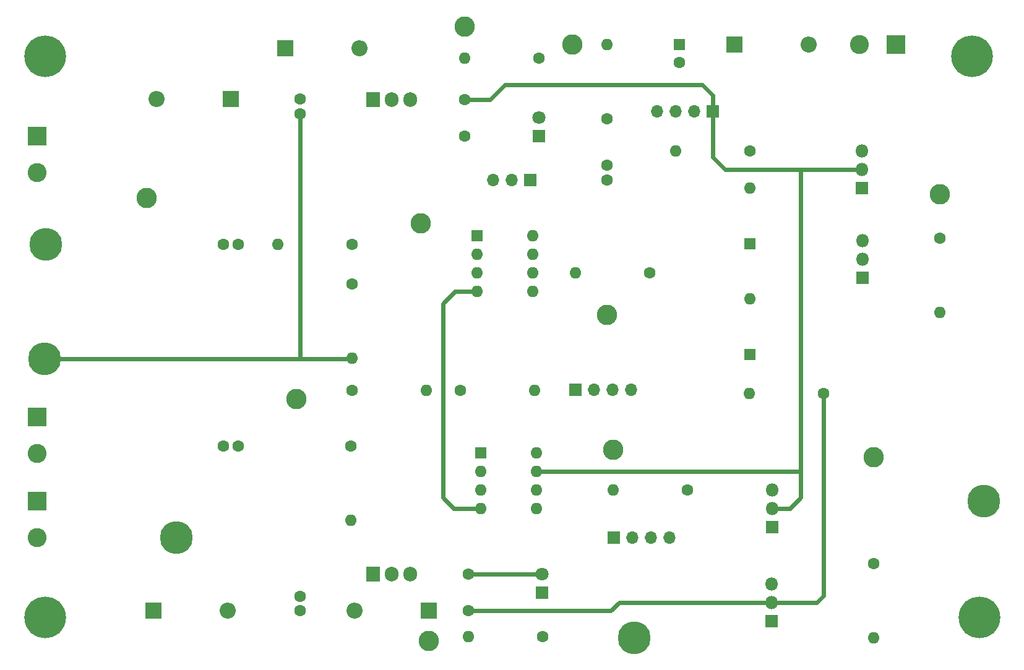
<source format=gbr>
%TF.GenerationSoftware,KiCad,Pcbnew,(7.0.0)*%
%TF.CreationDate,2023-03-04T17:42:30+02:00*%
%TF.ProjectId,RN-distorsiuni,524e2d64-6973-4746-9f72-7369756e692e,rev?*%
%TF.SameCoordinates,Original*%
%TF.FileFunction,Copper,L2,Bot*%
%TF.FilePolarity,Positive*%
%FSLAX46Y46*%
G04 Gerber Fmt 4.6, Leading zero omitted, Abs format (unit mm)*
G04 Created by KiCad (PCBNEW (7.0.0)) date 2023-03-04 17:42:30*
%MOMM*%
%LPD*%
G01*
G04 APERTURE LIST*
%TA.AperFunction,ComponentPad*%
%ADD10C,4.500000*%
%TD*%
%TA.AperFunction,ComponentPad*%
%ADD11C,1.600000*%
%TD*%
%TA.AperFunction,ComponentPad*%
%ADD12O,1.600000X1.600000*%
%TD*%
%TA.AperFunction,ComponentPad*%
%ADD13R,2.600000X2.600000*%
%TD*%
%TA.AperFunction,ComponentPad*%
%ADD14C,2.600000*%
%TD*%
%TA.AperFunction,ComponentPad*%
%ADD15R,1.700000X1.700000*%
%TD*%
%TA.AperFunction,ComponentPad*%
%ADD16O,1.700000X1.700000*%
%TD*%
%TA.AperFunction,ComponentPad*%
%ADD17C,2.800000*%
%TD*%
%TA.AperFunction,ComponentPad*%
%ADD18R,1.600000X1.600000*%
%TD*%
%TA.AperFunction,ComponentPad*%
%ADD19C,3.600000*%
%TD*%
%TA.AperFunction,ConnectorPad*%
%ADD20C,5.700000*%
%TD*%
%TA.AperFunction,ComponentPad*%
%ADD21R,2.200000X2.200000*%
%TD*%
%TA.AperFunction,ComponentPad*%
%ADD22O,2.200000X2.200000*%
%TD*%
%TA.AperFunction,ComponentPad*%
%ADD23R,1.905000X2.000000*%
%TD*%
%TA.AperFunction,ComponentPad*%
%ADD24O,1.905000X2.000000*%
%TD*%
%TA.AperFunction,ComponentPad*%
%ADD25R,1.800000X1.800000*%
%TD*%
%TA.AperFunction,ComponentPad*%
%ADD26O,1.800000X1.800000*%
%TD*%
%TA.AperFunction,ComponentPad*%
%ADD27C,1.800000*%
%TD*%
%TA.AperFunction,Conductor*%
%ADD28C,0.600000*%
%TD*%
G04 APERTURE END LIST*
D10*
%TO.P,TP14,1,1*%
%TO.N,GND*%
X112500000Y-131000000D03*
%TD*%
D11*
%TO.P,Rs1,1*%
%TO.N,Net-(Dled1-A)*%
X162155329Y-65373772D03*
D12*
%TO.P,Rs1,2*%
%TO.N,+5V*%
X151995328Y-65373771D03*
%TD*%
D11*
%TO.P,R1,1*%
%TO.N,Net-(C2-Pad1)*%
X171500000Y-73626617D03*
D12*
%TO.P,R1,2*%
%TO.N,Net-(D1-K)*%
X171499999Y-63466616D03*
%TD*%
D13*
%TO.P,Js_alt1,1,Pin_1*%
%TO.N,GND*%
X210999999Y-63499999D03*
D14*
%TO.P,Js_alt1,2,Pin_2*%
%TO.N,Net-(D1-A)*%
X206000000Y-63500000D03*
%TD*%
D15*
%TO.P,J3,1,Pin_1*%
%TO.N,Net-(J3-Pin_1)*%
X160999999Y-81999999D03*
D16*
%TO.P,J3,2,Pin_2*%
%TO.N,Net-(J3-Pin_2)*%
X158459999Y-81999999D03*
%TO.P,J3,3,Pin_3*%
X155919999Y-81999999D03*
%TD*%
D11*
%TO.P,Cs2,1*%
%TO.N,+5V*%
X152000000Y-71000000D03*
%TO.P,Cs2,2*%
%TO.N,GND*%
X152000000Y-76000000D03*
%TD*%
%TO.P,R3,1*%
%TO.N,Net-(J3-Pin_2)*%
X136566764Y-96243235D03*
D12*
%TO.P,R3,2*%
%TO.N,GND*%
X136566763Y-106403234D03*
%TD*%
D11*
%TO.P,C2,1*%
%TO.N,Net-(C2-Pad1)*%
X171500000Y-80000000D03*
%TO.P,C2,2*%
%TO.N,Net-(J3-Pin_1)*%
X171500000Y-82000000D03*
%TD*%
D17*
%TO.P,TP11,1,1*%
%TO.N,IN*%
X108500000Y-84500000D03*
%TD*%
D18*
%TO.P,U1,1,NULL*%
%TO.N,unconnected-(U1-NULL-Pad1)*%
X153699999Y-89699999D03*
D12*
%TO.P,U1,2,-*%
%TO.N,Net-(U1--)*%
X153699999Y-92239999D03*
%TO.P,U1,3,+*%
%TO.N,Net-(J3-Pin_2)*%
X153699999Y-94779999D03*
%TO.P,U1,4,V-*%
%TO.N,-5V*%
X153699999Y-97319999D03*
%TO.P,U1,5,NULL*%
%TO.N,unconnected-(U1-NULL-Pad5)*%
X161319999Y-97319999D03*
%TO.P,U1,6*%
%TO.N,Net-(J1-Pin_1)*%
X161319999Y-94779999D03*
%TO.P,U1,7,V+*%
%TO.N,+5V*%
X161319999Y-92239999D03*
%TO.P,U1,8,NC*%
%TO.N,unconnected-(U1-NC-Pad8)*%
X161319999Y-89699999D03*
%TD*%
D11*
%TO.P,RL2,1*%
%TO.N,Net-(J4-Pin_4)*%
X208000000Y-134500000D03*
D12*
%TO.P,RL2,2*%
%TO.N,GND*%
X207999999Y-144659999D03*
%TD*%
D11*
%TO.P,C3,1*%
%TO.N,IN*%
X119000000Y-90810000D03*
%TO.P,C3,2*%
%TO.N,Net-(C3-Pad2)*%
X121000000Y-90810000D03*
%TD*%
D17*
%TO.P,TP8,1,1*%
%TO.N,Net-(J4-Pin_4)*%
X208000000Y-120000000D03*
%TD*%
D18*
%TO.P,C1,1*%
%TO.N,Net-(D1-K)*%
X181383196Y-63458878D03*
D11*
%TO.P,C1,2*%
%TO.N,GND*%
X181383197Y-65958879D03*
%TD*%
D19*
%TO.P,H3,1*%
%TO.N,N/C*%
X221400000Y-65100000D03*
D20*
X221400000Y-65100000D03*
%TD*%
D10*
%TO.P,TP1,1,1*%
%TO.N,GND*%
X94500000Y-106500000D03*
%TD*%
D17*
%TO.P,TP6,1,1*%
%TO.N,Net-(J1-Pin_4)*%
X217000000Y-84000000D03*
%TD*%
D11*
%TO.P,Cs4,1*%
%TO.N,-5V*%
X152500000Y-141000000D03*
%TO.P,Cs4,2*%
%TO.N,GND*%
X152500000Y-136000000D03*
%TD*%
%TO.P,C4,1*%
%TO.N,IN*%
X118993008Y-118466002D03*
%TO.P,C4,2*%
%TO.N,Net-(U2-+)*%
X120993008Y-118466002D03*
%TD*%
%TO.P,R9,1*%
%TO.N,Net-(U2-+)*%
X136449866Y-118430360D03*
D12*
%TO.P,R9,2*%
%TO.N,GND*%
X136449865Y-128590359D03*
%TD*%
D13*
%TO.P,Js3,1,Pin_1*%
%TO.N,Net-(Ds3-K)*%
X93499999Y-125999999D03*
D14*
%TO.P,Js3,2,Pin_2*%
X93500000Y-131000000D03*
%TD*%
D21*
%TO.P,Ds1,1,K*%
%TO.N,Net-(Ds1-K)*%
X119999999Y-70954509D03*
D22*
%TO.P,Ds1,2,A*%
%TO.N,Net-(Ds1-A)*%
X109839999Y-70954509D03*
%TD*%
D11*
%TO.P,Cs3,1*%
%TO.N,Net-(Ds3-A)*%
X129500000Y-141000000D03*
%TO.P,Cs3,2*%
%TO.N,GND*%
X129500000Y-139000000D03*
%TD*%
D15*
%TO.P,J1,1,Pin_1*%
%TO.N,Net-(J1-Pin_1)*%
X167139696Y-110757277D03*
D16*
%TO.P,J1,2,Pin_2*%
%TO.N,Net-(J1-Pin_2)*%
X169679696Y-110757277D03*
%TO.P,J1,3,Pin_3*%
X172219696Y-110757277D03*
%TO.P,J1,4,Pin_4*%
%TO.N,Net-(J1-Pin_4)*%
X174759696Y-110757277D03*
%TD*%
D17*
%TO.P,TP7,1,1*%
%TO.N,Net-(J4-Pin_1)*%
X172336532Y-118918266D03*
%TD*%
D11*
%TO.P,R2,1*%
%TO.N,Net-(J3-Pin_2)*%
X136580000Y-90810000D03*
D12*
%TO.P,R2,2*%
%TO.N,Net-(C3-Pad2)*%
X126419999Y-90809999D03*
%TD*%
D21*
%TO.P,D1,1,K*%
%TO.N,Net-(D1-K)*%
X188919999Y-63499999D03*
D22*
%TO.P,D1,2,A*%
%TO.N,Net-(D1-A)*%
X199079999Y-63499999D03*
%TD*%
D11*
%TO.P,R6,1*%
%TO.N,Net-(D2-K)*%
X177300000Y-94772448D03*
D12*
%TO.P,R6,2*%
%TO.N,Net-(J1-Pin_1)*%
X167139999Y-94772447D03*
%TD*%
D23*
%TO.P,U4,1,GND*%
%TO.N,GND*%
X139459999Y-135944999D03*
D24*
%TO.P,U4,2,VI*%
%TO.N,Net-(Ds3-A)*%
X141999999Y-135944999D03*
%TO.P,U4,3,VO*%
%TO.N,-5V*%
X144539999Y-135944999D03*
%TD*%
D18*
%TO.P,D3,1,K*%
%TO.N,Net-(D3-K)*%
X190994643Y-105903449D03*
D12*
%TO.P,D3,2,A*%
%TO.N,Net-(D2-K)*%
X190994643Y-98283449D03*
%TD*%
D25*
%TO.P,Q1,1,E*%
%TO.N,Net-(J1-Pin_4)*%
X206390552Y-83170345D03*
D26*
%TO.P,Q1,2,C*%
%TO.N,+5V*%
X206390552Y-80630345D03*
%TO.P,Q1,3,B*%
%TO.N,Net-(D2-A)*%
X206390552Y-78090345D03*
%TD*%
D10*
%TO.P,J5,1,Pin_1*%
%TO.N,IN*%
X94687311Y-90853164D03*
%TD*%
D11*
%TO.P,R5,1*%
%TO.N,Net-(U1--)*%
X151420000Y-110810000D03*
D12*
%TO.P,R5,2*%
%TO.N,Net-(J1-Pin_2)*%
X161579999Y-110809999D03*
%TD*%
D17*
%TO.P,TP13,1,1*%
%TO.N,Net-(U2-+)*%
X129000000Y-112000000D03*
%TD*%
D25*
%TO.P,Dled1,1,K*%
%TO.N,GND*%
X162155328Y-76039999D03*
D27*
%TO.P,Dled1,2,A*%
%TO.N,Net-(Dled1-A)*%
X162155329Y-73500000D03*
%TD*%
D23*
%TO.P,U3,1,IN*%
%TO.N,Net-(Ds1-K)*%
X139499999Y-70999999D03*
D24*
%TO.P,U3,2,GND*%
%TO.N,GND*%
X142039999Y-70999999D03*
%TO.P,U3,3,OUT*%
%TO.N,+5V*%
X144579999Y-70999999D03*
%TD*%
D25*
%TO.P,Q4,1,E*%
%TO.N,Net-(J4-Pin_4)*%
X193987075Y-142389999D03*
D26*
%TO.P,Q4,2,C*%
%TO.N,-5V*%
X193987075Y-139849999D03*
%TO.P,Q4,3,B*%
%TO.N,Net-(Q3-B)*%
X193987075Y-137309999D03*
%TD*%
D17*
%TO.P,TP4,1,1*%
%TO.N,Net-(D1-K)*%
X166747136Y-63482816D03*
%TD*%
D13*
%TO.P,Js2,1,Pin_1*%
%TO.N,GND*%
X93499999Y-114499999D03*
D14*
%TO.P,Js2,2,Pin_2*%
X93500000Y-119500000D03*
%TD*%
D25*
%TO.P,Dled2,1,K*%
%TO.N,Net-(Dled2-K)*%
X162621210Y-138539999D03*
D27*
%TO.P,Dled2,2,A*%
%TO.N,GND*%
X162621211Y-136000000D03*
%TD*%
D11*
%TO.P,Cs1,1*%
%TO.N,Net-(Ds1-K)*%
X129500000Y-70954510D03*
%TO.P,Cs1,2*%
%TO.N,GND*%
X129500000Y-72954510D03*
%TD*%
D17*
%TO.P,TP9,1,1*%
%TO.N,+5V*%
X152000000Y-61000000D03*
%TD*%
D15*
%TO.P,J2,1,Pin_1*%
%TO.N,+5V*%
X185931040Y-72671792D03*
D16*
%TO.P,J2,2,Pin_2*%
%TO.N,Net-(J2-Pin_2)*%
X183391040Y-72671792D03*
%TO.P,J2,3,Pin_3*%
X180851040Y-72671792D03*
%TO.P,J2,4,Pin_4*%
%TO.N,Net-(D1-K)*%
X178311040Y-72671792D03*
%TD*%
D18*
%TO.P,U2,1,NULL*%
%TO.N,unconnected-(U2-NULL-Pad1)*%
X154199999Y-119346889D03*
D12*
%TO.P,U2,2,-*%
%TO.N,Net-(J4-Pin_2)*%
X154199999Y-121886889D03*
%TO.P,U2,3,+*%
%TO.N,Net-(U2-+)*%
X154199999Y-124426889D03*
%TO.P,U2,4,V-*%
%TO.N,-5V*%
X154199999Y-126966889D03*
%TO.P,U2,5,NULL*%
%TO.N,unconnected-(U2-NULL-Pad5)*%
X161819999Y-126966889D03*
%TO.P,U2,6*%
%TO.N,Net-(J4-Pin_1)*%
X161819999Y-124426889D03*
%TO.P,U2,7,V+*%
%TO.N,+5V*%
X161819999Y-121886889D03*
%TO.P,U2,8,NC*%
%TO.N,unconnected-(U2-NC-Pad8)*%
X161819999Y-119346889D03*
%TD*%
D11*
%TO.P,R10,1*%
%TO.N,Net-(Q3-B)*%
X182500000Y-124414569D03*
D12*
%TO.P,R10,2*%
%TO.N,Net-(J4-Pin_1)*%
X172339999Y-124414568D03*
%TD*%
D25*
%TO.P,Q2,1,E*%
%TO.N,Net-(J1-Pin_4)*%
X206436412Y-95406965D03*
D26*
%TO.P,Q2,2,C*%
%TO.N,-5V*%
X206436412Y-92866965D03*
%TO.P,Q2,3,B*%
%TO.N,Net-(D3-K)*%
X206436412Y-90326965D03*
%TD*%
D18*
%TO.P,D2,1,K*%
%TO.N,Net-(D2-K)*%
X190994643Y-90783449D03*
D12*
%TO.P,D2,2,A*%
%TO.N,Net-(D2-A)*%
X190994643Y-83163449D03*
%TD*%
D17*
%TO.P,TP10,1,1*%
%TO.N,-5V*%
X147086491Y-145103405D03*
%TD*%
D25*
%TO.P,Q3,1,E*%
%TO.N,Net-(J4-Pin_4)*%
X194112075Y-129514628D03*
D26*
%TO.P,Q3,2,C*%
%TO.N,+5V*%
X194112075Y-126974628D03*
%TO.P,Q3,3,B*%
%TO.N,Net-(Q3-B)*%
X194112075Y-124434628D03*
%TD*%
D11*
%TO.P,R4,1*%
%TO.N,GND*%
X136570219Y-110826691D03*
D12*
%TO.P,R4,2*%
%TO.N,Net-(U1--)*%
X146730218Y-110826690D03*
%TD*%
D11*
%TO.P,Rs2,1*%
%TO.N,Net-(Dled2-K)*%
X162648923Y-144500000D03*
D12*
%TO.P,Rs2,2*%
%TO.N,-5V*%
X152488922Y-144499999D03*
%TD*%
D11*
%TO.P,RL1,1*%
%TO.N,Net-(J1-Pin_4)*%
X217000000Y-90000000D03*
D12*
%TO.P,RL1,2*%
%TO.N,GND*%
X216999999Y-100159999D03*
%TD*%
D21*
%TO.P,Ds3,1,K*%
%TO.N,Net-(Ds3-K)*%
X109419999Y-140999999D03*
D22*
%TO.P,Ds3,2,A*%
%TO.N,Net-(Ds3-A)*%
X119579999Y-140999999D03*
%TD*%
D19*
%TO.P,H1,1*%
%TO.N,N/C*%
X222400000Y-141900000D03*
D20*
X222400000Y-141900000D03*
%TD*%
D11*
%TO.P,R7,1*%
%TO.N,-5V*%
X201074644Y-111283450D03*
D12*
%TO.P,R7,2*%
%TO.N,Net-(D3-K)*%
X190914643Y-111283449D03*
%TD*%
D19*
%TO.P,H2,1*%
%TO.N,N/C*%
X94600000Y-141900000D03*
D20*
X94600000Y-141900000D03*
%TD*%
D15*
%TO.P,J4,1,Pin_1*%
%TO.N,Net-(J4-Pin_1)*%
X172419999Y-130999999D03*
D16*
%TO.P,J4,2,Pin_2*%
%TO.N,Net-(J4-Pin_2)*%
X174959999Y-130999999D03*
%TO.P,J4,3,Pin_3*%
X177499999Y-130999999D03*
%TO.P,J4,4,Pin_4*%
%TO.N,Net-(J4-Pin_4)*%
X180039999Y-130999999D03*
%TD*%
D10*
%TO.P,TP3,1,1*%
%TO.N,GND*%
X223000000Y-126000000D03*
%TD*%
D19*
%TO.P,H4,1*%
%TO.N,N/C*%
X94600000Y-65100000D03*
D20*
X94600000Y-65100000D03*
%TD*%
D17*
%TO.P,TP12,1,1*%
%TO.N,Net-(J3-Pin_2)*%
X146000000Y-88000000D03*
%TD*%
%TO.P,TP5,1,1*%
%TO.N,Net-(J1-Pin_1)*%
X171500000Y-100500000D03*
%TD*%
D11*
%TO.P,R8,1*%
%TO.N,Net-(D2-A)*%
X190994644Y-78053450D03*
D12*
%TO.P,R8,2*%
%TO.N,Net-(J2-Pin_2)*%
X180834643Y-78053449D03*
%TD*%
D21*
%TO.P,Ds2,1,K*%
%TO.N,Net-(Ds1-K)*%
X127419999Y-63999999D03*
D22*
%TO.P,Ds2,2,A*%
%TO.N,+5V*%
X137579999Y-63999999D03*
%TD*%
D21*
%TO.P,Ds4,1,K*%
%TO.N,-5V*%
X147079999Y-140999999D03*
D22*
%TO.P,Ds4,2,A*%
%TO.N,Net-(Ds3-A)*%
X136919999Y-140999999D03*
%TD*%
D10*
%TO.P,TP2,1,1*%
%TO.N,GND*%
X175206888Y-144660836D03*
%TD*%
D13*
%TO.P,Js1,1,Pin_1*%
%TO.N,Net-(Ds1-A)*%
X93499999Y-75999999D03*
D14*
%TO.P,Js1,2,Pin_2*%
X93500000Y-81000000D03*
%TD*%
D28*
%TO.N,GND*%
X136469999Y-106500000D02*
X136566764Y-106403235D01*
X129500000Y-106500000D02*
X136469999Y-106500000D01*
X152500000Y-136000000D02*
X162621211Y-136000000D01*
X129500000Y-72954510D02*
X129500000Y-106500000D01*
X94500000Y-106500000D02*
X129500000Y-106500000D01*
%TO.N,+5V*%
X184500000Y-69000000D02*
X185931041Y-70431041D01*
X198000000Y-125500000D02*
X198000000Y-122000000D01*
X194112076Y-126974629D02*
X196525371Y-126974629D01*
X161820000Y-121886890D02*
X197886890Y-121886890D01*
X157500000Y-69000000D02*
X184500000Y-69000000D01*
X197886890Y-121886890D02*
X198000000Y-122000000D01*
X185931041Y-70431041D02*
X185931041Y-72671793D01*
X206390553Y-80630346D02*
X199000000Y-80630346D01*
X187630346Y-80630346D02*
X185931041Y-78931041D01*
X185931041Y-78931041D02*
X185931041Y-72671793D01*
X199000000Y-80630346D02*
X198000000Y-80630346D01*
X196525371Y-126974629D02*
X198000000Y-125500000D01*
X198000000Y-80630346D02*
X187630346Y-80630346D01*
X152000000Y-71000000D02*
X155500000Y-71000000D01*
X155500000Y-71000000D02*
X157500000Y-69000000D01*
X198000000Y-122000000D02*
X198000000Y-80630346D01*
%TO.N,-5V*%
X150466890Y-126966890D02*
X154200000Y-126966890D01*
X149000000Y-99000000D02*
X149000000Y-125500000D01*
X173150000Y-139850000D02*
X193987076Y-139850000D01*
X149000000Y-125500000D02*
X150466890Y-126966890D01*
X201074644Y-138925356D02*
X201074644Y-111283450D01*
X172000000Y-141000000D02*
X173150000Y-139850000D01*
X152500000Y-141000000D02*
X172000000Y-141000000D01*
X200150000Y-139850000D02*
X201074644Y-138925356D01*
X150680000Y-97320000D02*
X149000000Y-99000000D01*
X153700000Y-97320000D02*
X150680000Y-97320000D01*
X193987076Y-139850000D02*
X200150000Y-139850000D01*
%TD*%
M02*

</source>
